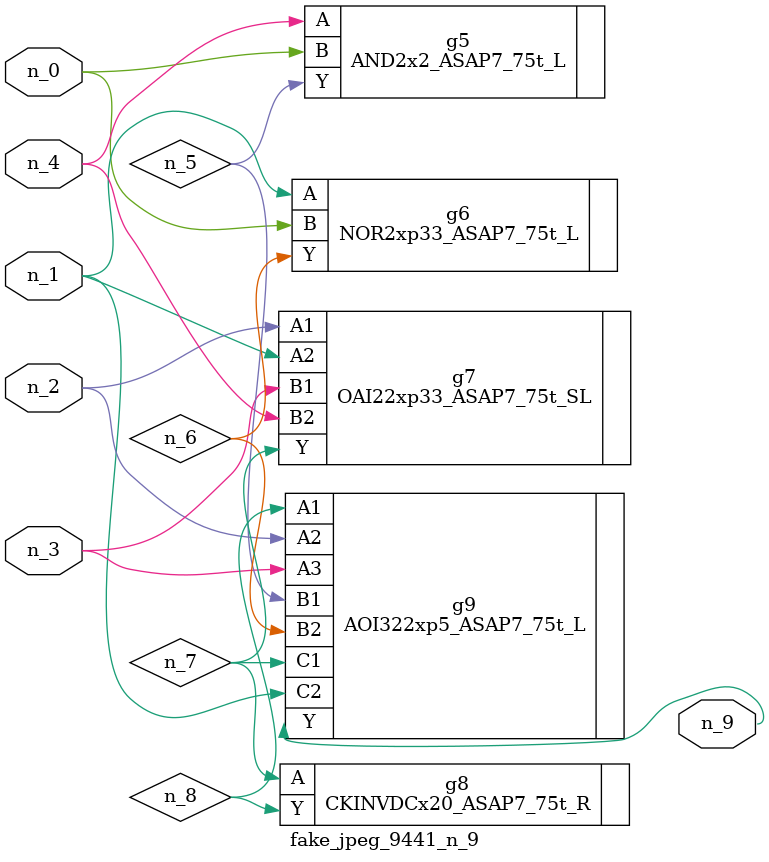
<source format=v>
module fake_jpeg_9441_n_9 (n_3, n_2, n_1, n_0, n_4, n_9);

input n_3;
input n_2;
input n_1;
input n_0;
input n_4;

output n_9;

wire n_8;
wire n_6;
wire n_5;
wire n_7;

AND2x2_ASAP7_75t_L g5 ( 
.A(n_4),
.B(n_0),
.Y(n_5)
);

NOR2xp33_ASAP7_75t_L g6 ( 
.A(n_1),
.B(n_0),
.Y(n_6)
);

OAI22xp33_ASAP7_75t_SL g7 ( 
.A1(n_2),
.A2(n_1),
.B1(n_3),
.B2(n_4),
.Y(n_7)
);

CKINVDCx20_ASAP7_75t_R g8 ( 
.A(n_7),
.Y(n_8)
);

AOI322xp5_ASAP7_75t_L g9 ( 
.A1(n_8),
.A2(n_2),
.A3(n_3),
.B1(n_5),
.B2(n_6),
.C1(n_7),
.C2(n_1),
.Y(n_9)
);


endmodule
</source>
